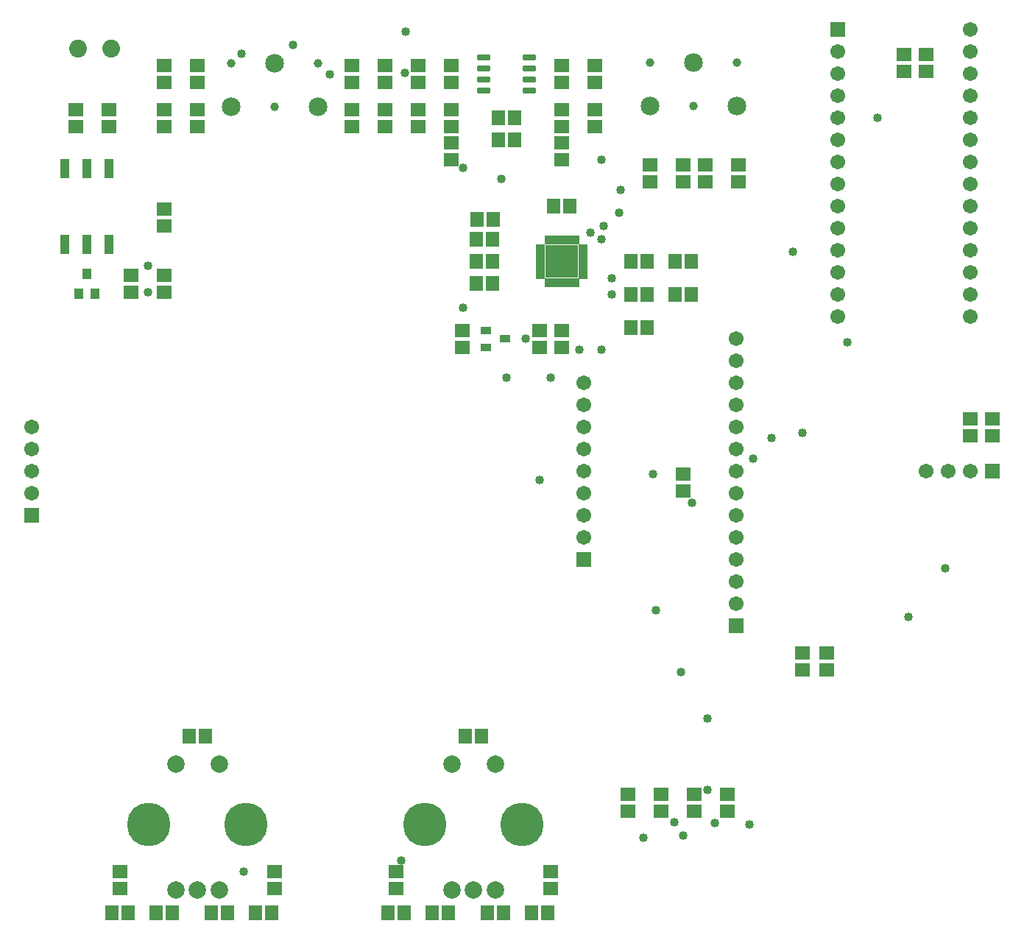
<source format=gbs>
G04*
G04 #@! TF.GenerationSoftware,Altium Limited,Altium Designer,20.0.13 (296)*
G04*
G04 Layer_Color=16711935*
%FSLAX25Y25*%
%MOIN*%
G70*
G01*
G75*
%ADD18R,0.06706X0.05918*%
%ADD19C,0.08083*%
%ADD20C,0.03950*%
%ADD21C,0.08477*%
%ADD22C,0.06706*%
%ADD23R,0.06706X0.06706*%
%ADD24R,0.06706X0.06706*%
%ADD25C,0.06706*%
%ADD26R,0.06706X0.06706*%
%ADD27C,0.07887*%
%ADD28C,0.19698*%
%ADD29C,0.04000*%
%ADD53R,0.05918X0.06706*%
%ADD54R,0.14973X0.14973*%
%ADD55R,0.01981X0.04147*%
%ADD56R,0.04147X0.01981*%
%ADD57R,0.04343X0.04540*%
%ADD58R,0.04343X0.04540*%
%ADD59R,0.04934X0.03359*%
%ADD60R,0.03950X0.08871*%
G04:AMPARAMS|DCode=61|XSize=29.65mil|YSize=57.21mil|CornerRadius=5.95mil|HoleSize=0mil|Usage=FLASHONLY|Rotation=270.000|XOffset=0mil|YOffset=0mil|HoleType=Round|Shape=RoundedRectangle|*
%AMROUNDEDRECTD61*
21,1,0.02965,0.04532,0,0,270.0*
21,1,0.01776,0.05721,0,0,270.0*
1,1,0.01190,-0.02266,-0.00888*
1,1,0.01190,-0.02266,0.00888*
1,1,0.01190,0.02266,0.00888*
1,1,0.01190,0.02266,-0.00888*
%
%ADD61ROUNDEDRECTD61*%
D18*
X385000Y137740D02*
D03*
Y130260D02*
D03*
X374000Y137740D02*
D03*
Y130260D02*
D03*
X255000Y283740D02*
D03*
Y276260D02*
D03*
X170000Y383740D02*
D03*
Y376260D02*
D03*
X65000Y31260D02*
D03*
Y38740D02*
D03*
X135000Y31260D02*
D03*
Y38740D02*
D03*
X260000Y31260D02*
D03*
Y38740D02*
D03*
X190000Y31260D02*
D03*
Y38740D02*
D03*
X420000Y401260D02*
D03*
Y408740D02*
D03*
X430000D02*
D03*
Y401260D02*
D03*
X200000Y396260D02*
D03*
Y403740D02*
D03*
X215000D02*
D03*
Y396260D02*
D03*
X200000Y383740D02*
D03*
Y376260D02*
D03*
X215000Y383740D02*
D03*
Y376260D02*
D03*
X265000Y403740D02*
D03*
Y396260D02*
D03*
X280000D02*
D03*
Y403740D02*
D03*
X265000Y383740D02*
D03*
Y376260D02*
D03*
X280000Y383740D02*
D03*
Y376260D02*
D03*
X220000Y276260D02*
D03*
Y283740D02*
D03*
X215000Y361260D02*
D03*
Y368740D02*
D03*
X265000Y361260D02*
D03*
Y368740D02*
D03*
X100000Y383740D02*
D03*
Y376260D02*
D03*
X85000Y383740D02*
D03*
Y376260D02*
D03*
X185000Y383740D02*
D03*
Y376260D02*
D03*
X340000Y73740D02*
D03*
Y66260D02*
D03*
X310000Y73740D02*
D03*
Y66260D02*
D03*
X295000Y73740D02*
D03*
Y66260D02*
D03*
X325000Y73740D02*
D03*
Y66260D02*
D03*
X460000Y236260D02*
D03*
Y243740D02*
D03*
X450000Y236260D02*
D03*
Y243740D02*
D03*
X265000Y276260D02*
D03*
Y283740D02*
D03*
X45000Y383740D02*
D03*
Y376260D02*
D03*
X345000Y351260D02*
D03*
Y358740D02*
D03*
X330000D02*
D03*
Y351260D02*
D03*
X185000Y396260D02*
D03*
Y403740D02*
D03*
X170000Y396260D02*
D03*
Y403740D02*
D03*
X85000Y338740D02*
D03*
Y331260D02*
D03*
X70000Y301260D02*
D03*
Y308740D02*
D03*
X85000D02*
D03*
Y301260D02*
D03*
X60000Y383740D02*
D03*
Y376260D02*
D03*
X85000Y396260D02*
D03*
Y403740D02*
D03*
X100000Y396260D02*
D03*
Y403740D02*
D03*
X320000Y218740D02*
D03*
Y211260D02*
D03*
Y358740D02*
D03*
Y351260D02*
D03*
X305000D02*
D03*
Y358740D02*
D03*
D19*
X46000Y411500D02*
D03*
X61000D02*
D03*
D20*
X324685Y385315D02*
D03*
X344370Y405000D02*
D03*
X305000D02*
D03*
X135000Y385000D02*
D03*
X154685Y404685D02*
D03*
X115315D02*
D03*
D21*
X344370Y385315D02*
D03*
X305000D02*
D03*
X324685Y405000D02*
D03*
X154685Y385000D02*
D03*
X115315D02*
D03*
X135000Y404685D02*
D03*
D22*
X430000Y220000D02*
D03*
X440000D02*
D03*
X450000D02*
D03*
X344000Y280000D02*
D03*
Y270000D02*
D03*
Y260000D02*
D03*
Y250000D02*
D03*
Y240000D02*
D03*
Y230000D02*
D03*
Y220000D02*
D03*
Y210000D02*
D03*
Y200000D02*
D03*
Y190000D02*
D03*
Y180000D02*
D03*
Y170000D02*
D03*
Y160000D02*
D03*
X275000Y200000D02*
D03*
Y210000D02*
D03*
Y220000D02*
D03*
Y230000D02*
D03*
Y240000D02*
D03*
Y250000D02*
D03*
Y260000D02*
D03*
Y190000D02*
D03*
X25000Y240000D02*
D03*
Y230000D02*
D03*
Y220000D02*
D03*
Y210000D02*
D03*
D23*
X460000Y220000D02*
D03*
D24*
X344000Y150000D02*
D03*
X275000Y180000D02*
D03*
X25000Y200000D02*
D03*
D25*
X450000Y290000D02*
D03*
Y300000D02*
D03*
Y310000D02*
D03*
Y320000D02*
D03*
Y330000D02*
D03*
Y340000D02*
D03*
Y350000D02*
D03*
Y360000D02*
D03*
Y370000D02*
D03*
Y380000D02*
D03*
Y390000D02*
D03*
Y400000D02*
D03*
Y410000D02*
D03*
Y420000D02*
D03*
X390000Y290000D02*
D03*
Y300000D02*
D03*
Y310000D02*
D03*
Y320000D02*
D03*
Y330000D02*
D03*
Y340000D02*
D03*
Y350000D02*
D03*
Y360000D02*
D03*
Y370000D02*
D03*
Y380000D02*
D03*
Y390000D02*
D03*
Y400000D02*
D03*
Y410000D02*
D03*
D26*
Y420000D02*
D03*
D27*
X90157Y30472D02*
D03*
X109843D02*
D03*
X100000D02*
D03*
X90157Y87559D02*
D03*
X109843D02*
D03*
X215157Y30472D02*
D03*
X234843D02*
D03*
X225000D02*
D03*
X215157Y87559D02*
D03*
X234843D02*
D03*
D28*
X122047Y60000D02*
D03*
X77953D02*
D03*
X247047D02*
D03*
X202953D02*
D03*
D29*
X307750Y157000D02*
D03*
X255000Y216000D02*
D03*
X319000Y129000D02*
D03*
X331000Y108000D02*
D03*
X360000Y235000D02*
D03*
X320000Y55000D02*
D03*
X350000Y60000D02*
D03*
X273000Y275000D02*
D03*
X302000Y54000D02*
D03*
X316000Y61000D02*
D03*
X282875Y275000D02*
D03*
X408000Y380000D02*
D03*
X194175Y419175D02*
D03*
X282960Y361260D02*
D03*
X284000Y331000D02*
D03*
X291000Y337000D02*
D03*
X283000Y325000D02*
D03*
X278000Y328000D02*
D03*
X261000Y311000D02*
D03*
Y319000D02*
D03*
X269000D02*
D03*
X265000Y314000D02*
D03*
X269000Y311000D02*
D03*
X287500Y300000D02*
D03*
Y307500D02*
D03*
X237500Y352500D02*
D03*
X260000Y262500D02*
D03*
X240000D02*
D03*
X77600Y301300D02*
D03*
X77500Y313100D02*
D03*
X334400Y60900D02*
D03*
X248700Y280000D02*
D03*
X220300Y294300D02*
D03*
X143315Y413000D02*
D03*
X220200Y357400D02*
D03*
X119900Y409035D02*
D03*
X291500Y347400D02*
D03*
X159900Y399900D02*
D03*
X194100Y400400D02*
D03*
X324000Y205800D02*
D03*
X306260Y218740D02*
D03*
X438600Y176100D02*
D03*
X421900Y154200D02*
D03*
X330900Y75700D02*
D03*
X374000Y237400D02*
D03*
X192300Y43800D02*
D03*
X121040Y38740D02*
D03*
X351500Y225800D02*
D03*
X369600Y319600D02*
D03*
X394200Y278500D02*
D03*
D53*
X234000Y334000D02*
D03*
X226520D02*
D03*
X233740Y325000D02*
D03*
X226260D02*
D03*
Y305000D02*
D03*
X233740D02*
D03*
Y315000D02*
D03*
X226260D02*
D03*
X268740Y340000D02*
D03*
X261260D02*
D03*
X323740Y315000D02*
D03*
X316260D02*
D03*
X323740Y300000D02*
D03*
X316260D02*
D03*
X303740Y315000D02*
D03*
X296260D02*
D03*
X303740Y300000D02*
D03*
X296260D02*
D03*
X303740Y285000D02*
D03*
X296260D02*
D03*
X236260Y380000D02*
D03*
X243740D02*
D03*
X236260Y370000D02*
D03*
X243740D02*
D03*
X68740Y20000D02*
D03*
X61260D02*
D03*
X88740D02*
D03*
X81260D02*
D03*
X106260D02*
D03*
X113740D02*
D03*
X126260D02*
D03*
X133740D02*
D03*
X193740D02*
D03*
X186260D02*
D03*
X213740D02*
D03*
X206260D02*
D03*
X231260D02*
D03*
X238740D02*
D03*
X251260D02*
D03*
X258740D02*
D03*
X228740Y100000D02*
D03*
X221260D02*
D03*
X103740D02*
D03*
X96260D02*
D03*
D54*
X265000Y315000D02*
D03*
D55*
X258110Y305354D02*
D03*
X260079D02*
D03*
X262047D02*
D03*
X264016D02*
D03*
X265984D02*
D03*
X267953D02*
D03*
X269921D02*
D03*
X271890D02*
D03*
Y324646D02*
D03*
X269921D02*
D03*
X267953D02*
D03*
X265984D02*
D03*
X264016D02*
D03*
X262047D02*
D03*
X260079D02*
D03*
X258110D02*
D03*
D56*
X274646Y308110D02*
D03*
Y310079D02*
D03*
Y312047D02*
D03*
Y314016D02*
D03*
Y315984D02*
D03*
Y317953D02*
D03*
Y319921D02*
D03*
Y321890D02*
D03*
X255354D02*
D03*
Y319921D02*
D03*
Y317953D02*
D03*
Y315984D02*
D03*
Y314016D02*
D03*
Y312047D02*
D03*
Y310079D02*
D03*
Y308110D02*
D03*
D57*
X53740Y300374D02*
D03*
X50000Y309626D02*
D03*
D58*
X46260Y300374D02*
D03*
D59*
X230669Y276220D02*
D03*
Y283780D02*
D03*
X239331Y280000D02*
D03*
D60*
X60000Y357224D02*
D03*
X50000D02*
D03*
X40000D02*
D03*
Y322776D02*
D03*
X50000D02*
D03*
X60000D02*
D03*
D61*
X250335Y407500D02*
D03*
Y402500D02*
D03*
Y397500D02*
D03*
Y392500D02*
D03*
X229665Y407500D02*
D03*
Y402500D02*
D03*
Y397500D02*
D03*
Y392500D02*
D03*
M02*

</source>
